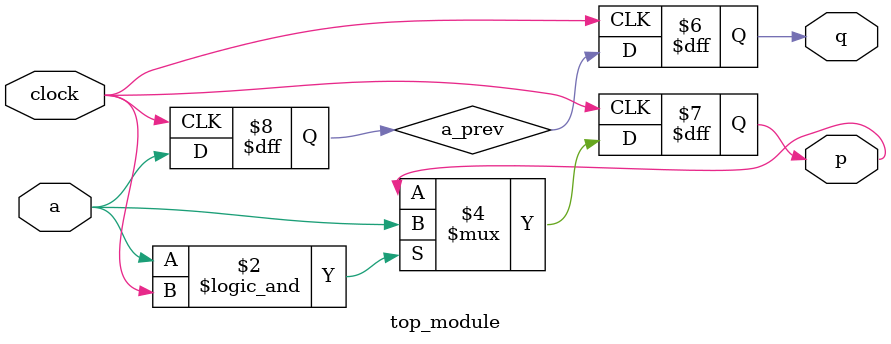
<source format=sv>
module top_module (
  input clock,
  input a, 
  output reg p,
  output reg q
);

reg a_prev;
always @(posedge clock) begin
  a_prev <= a;
  if (a && clock)
    p <= a;
end

always @(negedge clock) begin
  q <= a_prev;
end

endmodule

</source>
